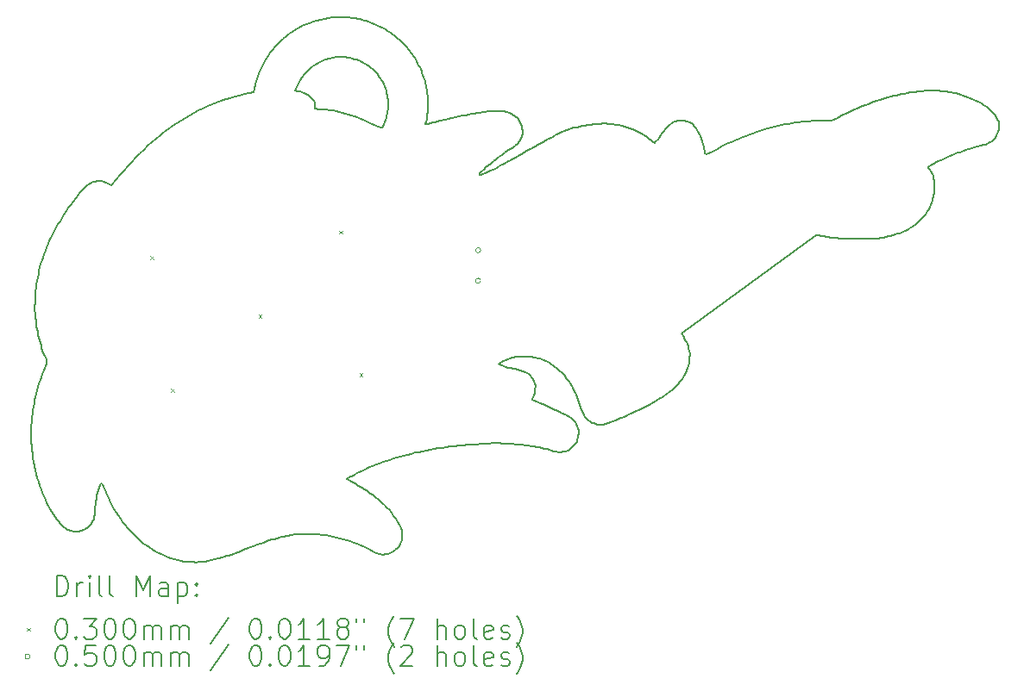
<source format=gbr>
%TF.GenerationSoftware,KiCad,Pcbnew,8.0.6*%
%TF.CreationDate,2024-11-25T21:34:24-05:00*%
%TF.ProjectId,mason-comet-ornament,6d61736f-6e2d-4636-9f6d-65742d6f726e,rev?*%
%TF.SameCoordinates,Original*%
%TF.FileFunction,Drillmap*%
%TF.FilePolarity,Positive*%
%FSLAX45Y45*%
G04 Gerber Fmt 4.5, Leading zero omitted, Abs format (unit mm)*
G04 Created by KiCad (PCBNEW 8.0.6) date 2024-11-25 21:34:24*
%MOMM*%
%LPD*%
G01*
G04 APERTURE LIST*
%ADD10C,0.200000*%
%ADD11C,0.100000*%
G04 APERTURE END LIST*
D10*
X10186515Y-4182843D02*
X10250736Y-4189804D01*
X6852713Y-5418366D02*
X6860980Y-5411960D01*
X5052149Y-2910973D02*
X5052149Y-2898859D01*
X8776526Y-3083129D02*
X8755608Y-3060994D01*
X7174893Y-5348348D02*
X7195636Y-5351631D01*
X7216111Y-5355809D01*
X7236308Y-5360870D01*
X7256219Y-5366805D01*
X7275833Y-5373606D01*
X7295141Y-5381260D01*
X7314134Y-5389761D01*
X7332803Y-5399096D01*
X7351138Y-5409258D01*
X7369130Y-5420236D01*
X7386769Y-5432020D01*
X7404047Y-5444601D01*
X7420953Y-5457969D01*
X7437478Y-5472115D01*
X7453614Y-5487028D01*
X7469350Y-5502699D01*
X7484677Y-5519119D01*
X7499586Y-5536278D01*
X7514067Y-5554165D01*
X7528112Y-5572772D01*
X7541710Y-5592089D01*
X7554853Y-5612106D01*
X7567531Y-5632813D01*
X7579734Y-5654200D01*
X7591454Y-5676259D01*
X7602680Y-5698979D01*
X7613404Y-5722351D01*
X7623616Y-5746364D01*
X7633306Y-5771010D01*
X7642466Y-5796278D01*
X7651087Y-5822160D01*
X7659157Y-5848644D01*
X4859431Y-7092343D02*
X4945179Y-7090089D01*
X10387499Y-4189908D02*
X10524263Y-4190012D01*
X4945179Y-7090089D02*
X5030927Y-7087835D01*
X2885944Y-3626052D02*
X2865430Y-3632042D01*
X2842799Y-3641423D01*
X2821625Y-3654460D01*
X2804378Y-3668636D01*
X2785734Y-3687065D01*
X2770212Y-3704189D01*
X2752886Y-3724542D01*
X2740117Y-3740081D01*
X2726223Y-3757322D01*
X11748979Y-3015650D02*
X11736343Y-2990135D01*
X11719130Y-2964963D01*
X11697653Y-2940284D01*
X11672221Y-2916250D01*
X11643147Y-2893015D01*
X11610742Y-2870729D01*
X11593388Y-2859990D01*
X11575317Y-2849546D01*
X11556569Y-2839415D01*
X11537183Y-2829617D01*
X11517197Y-2820170D01*
X11496651Y-2811094D01*
X11475583Y-2802407D01*
X11454032Y-2794129D01*
X11432038Y-2786279D01*
X11409639Y-2778875D01*
X11386873Y-2771937D01*
X11363781Y-2765484D01*
X11340400Y-2759534D01*
X11316771Y-2754107D01*
X11292930Y-2749222D01*
X11268919Y-2744897D01*
X11244774Y-2741153D01*
X11220536Y-2738007D01*
X11196244Y-2735479D01*
X11171935Y-2733587D01*
X11062513Y-3915590D02*
X11073884Y-3895035D01*
X11084615Y-3872794D01*
X11092611Y-3854126D01*
X11099976Y-3834955D01*
X11106611Y-3815539D01*
X11112419Y-3796134D01*
X11118364Y-3772283D01*
X11119362Y-3767607D01*
X7181603Y-5769553D02*
X7183625Y-5763093D01*
X7370688Y-6269026D02*
X7395334Y-6275997D01*
X7417996Y-6280870D01*
X7439056Y-6283637D01*
X7463708Y-6284121D01*
X7487194Y-6281286D01*
X7510260Y-6275115D01*
X7528909Y-6267765D01*
X7533648Y-6265591D01*
X6985307Y-5358439D02*
X7026749Y-5347739D01*
X7136582Y-5343140D02*
X7174893Y-5348348D01*
X6860980Y-5411960D02*
X6879679Y-5400520D01*
X6898710Y-5391068D01*
X6920514Y-5381391D01*
X6943365Y-5372231D01*
X6965538Y-5364333D01*
X6985307Y-5358439D01*
X8722450Y-5288385D02*
X8717702Y-5266700D01*
X8711408Y-5244892D01*
X8703686Y-5223258D01*
X8694656Y-5202089D01*
X8684436Y-5181682D01*
X8673146Y-5162329D01*
X8668356Y-5154950D01*
X7208408Y-5702772D02*
X7210250Y-5669239D01*
X7212131Y-5635706D02*
X7205062Y-5611209D01*
X11127057Y-3618425D02*
X11121224Y-3590886D01*
X5745790Y-7288176D02*
X5766569Y-7283681D01*
X5786379Y-7277200D01*
X5805099Y-7268838D01*
X5822611Y-7258697D01*
X5838796Y-7246884D01*
X5858104Y-7228709D01*
X5874558Y-7207992D01*
X5887875Y-7184980D01*
X5895633Y-7166363D01*
X5899678Y-7153363D01*
X10178231Y-2997970D02*
X10118161Y-3029714D01*
X6722856Y-6201959D02*
X6825066Y-6197432D01*
X6925218Y-2937954D02*
X6898288Y-2930743D01*
X8873243Y-3323158D02*
X8868141Y-3302326D01*
X8862806Y-3282003D01*
X8857259Y-3262244D01*
X8848594Y-3233793D01*
X8839586Y-3206940D01*
X8830311Y-3181878D01*
X8820850Y-3158804D01*
X8811279Y-3137912D01*
X8801679Y-3119397D01*
X8788967Y-3098745D01*
X8776526Y-3083129D01*
X7533648Y-6265591D02*
X7557161Y-6254514D01*
X5616095Y-7259402D02*
X5651686Y-7279801D01*
X10576048Y-4182675D02*
X10601757Y-4178777D01*
X10626802Y-4174461D01*
X10651193Y-4169722D01*
X10674941Y-4164557D01*
X10698058Y-4158963D01*
X10720553Y-4152935D01*
X10742439Y-4146469D01*
X10763726Y-4139563D01*
X10784425Y-4132212D01*
X10804548Y-4124413D01*
X10824106Y-4116161D01*
X10843109Y-4107454D01*
X10861568Y-4098287D01*
X10879495Y-4088657D01*
X10896901Y-4078560D01*
X10913796Y-4067993D01*
X3100403Y-3603452D02*
X3049799Y-3665472D01*
X7205062Y-5611209D02*
X7197488Y-5588760D01*
X7188287Y-5568547D01*
X7177296Y-5550449D01*
X7164355Y-5534345D01*
X7149301Y-5520111D01*
X7131974Y-5507627D01*
X7112211Y-5496770D01*
X7089851Y-5487419D01*
X7064732Y-5479451D01*
X7036694Y-5472746D01*
X7016299Y-5468916D01*
X10994605Y-3998063D02*
X11042257Y-3949660D01*
X9305148Y-4637904D02*
X9963896Y-4153658D01*
X7847115Y-6015505D02*
X7873724Y-6011247D01*
X6661139Y-3560860D02*
X6669290Y-3541897D01*
X6687741Y-3521631D01*
X6704665Y-3505257D01*
X6724713Y-3487060D01*
X6747392Y-3467444D01*
X6772209Y-3446811D01*
X6798671Y-3425563D01*
X6826287Y-3404104D01*
X6854561Y-3382835D01*
X6883003Y-3362159D01*
X6911118Y-3342478D01*
X6938415Y-3324196D01*
X6964400Y-3307714D01*
X6988581Y-3293435D01*
X10118161Y-3029714D02*
X10031125Y-3028516D01*
X5906997Y-7126415D02*
X5904815Y-7092130D01*
X6695245Y-2942573D02*
X6669403Y-2946540D01*
X6642803Y-2950890D01*
X6615347Y-2955643D01*
X6586935Y-2960819D01*
X6557467Y-2966437D01*
X6526844Y-2972516D01*
X6494967Y-2979078D01*
X6461737Y-2986140D01*
X6427053Y-2993724D01*
X6390817Y-3001848D01*
X6352930Y-3010533D01*
X6333335Y-3015091D01*
X6313291Y-3019797D01*
X6292784Y-3024654D01*
X6271801Y-3029662D01*
X6250332Y-3034826D01*
X6228362Y-3040146D01*
X6205880Y-3045627D01*
X6182874Y-3051270D01*
X6159330Y-3057078D01*
X6135236Y-3063053D01*
X7639545Y-6099159D02*
X7635143Y-6070690D01*
X5902651Y-7057845D02*
X5891915Y-7031505D01*
X2403970Y-5357327D02*
X2412057Y-5375804D01*
X2418587Y-5395155D01*
X2414940Y-5417661D01*
X2406055Y-5439167D01*
X2399640Y-5454151D01*
X5522494Y-6462191D02*
X5553543Y-6447933D01*
X5584956Y-6434080D01*
X5616740Y-6420634D01*
X5648900Y-6407591D01*
X5681440Y-6394952D01*
X5714366Y-6382715D01*
X5747683Y-6370878D01*
X5781396Y-6359442D01*
X5815510Y-6348404D01*
X5850031Y-6337763D01*
X5884964Y-6327519D01*
X5920314Y-6317670D01*
X5956086Y-6308215D01*
X5992285Y-6299154D01*
X6028917Y-6290484D01*
X6065987Y-6282205D01*
X6103499Y-6274315D01*
X6141460Y-6266814D01*
X6179873Y-6259700D01*
X6218745Y-6252973D01*
X6258081Y-6246631D01*
X6297886Y-6240672D01*
X6338164Y-6235097D01*
X6378922Y-6229903D01*
X6420164Y-6225090D01*
X6461896Y-6220656D01*
X6504122Y-6216601D01*
X6546848Y-6212923D01*
X6590079Y-6209620D01*
X6633821Y-6206693D01*
X6678078Y-6204140D01*
X6722856Y-6201959D01*
X11119362Y-3767607D02*
X11127092Y-3730316D01*
X8349666Y-3222290D02*
X8328676Y-3205338D01*
X8307067Y-3189290D01*
X8284845Y-3174148D01*
X8262015Y-3159915D01*
X8238582Y-3146593D01*
X8214552Y-3134183D01*
X8189931Y-3122689D01*
X8164722Y-3112112D01*
X8138933Y-3102454D01*
X8112567Y-3093718D01*
X8085631Y-3085906D01*
X8058130Y-3079020D01*
X8030068Y-3073062D01*
X8001453Y-3068034D01*
X7972288Y-3063939D01*
X7942579Y-3060779D01*
X8646400Y-5122168D02*
X9305148Y-4637904D01*
X5767943Y-2869084D02*
X5767395Y-2891311D01*
X5765796Y-2913432D01*
X5763156Y-2935411D01*
X5759483Y-2957213D01*
X5754787Y-2978801D01*
X5749077Y-3000139D01*
X5742363Y-3021191D01*
X5734654Y-3041922D01*
X5725960Y-3062294D01*
X5716289Y-3082271D01*
X5709304Y-3095353D01*
X7016299Y-5468916D02*
X6992530Y-5464431D01*
X6968853Y-5459107D01*
X6945655Y-5453054D01*
X6923318Y-5446381D01*
X6902228Y-5439198D01*
X6882769Y-5431615D01*
X6875528Y-5428494D01*
X6825066Y-6197432D02*
X6921765Y-6201959D01*
X7618555Y-6180702D02*
X7626142Y-6160897D01*
X7631766Y-6141326D01*
X7634570Y-6128201D01*
X5586856Y-3048883D02*
X5556460Y-3033972D01*
X5526329Y-3020010D01*
X5496397Y-3006979D01*
X5466596Y-2994859D01*
X5436858Y-2983633D01*
X5407117Y-2973282D01*
X5377304Y-2963788D01*
X5347352Y-2955131D01*
X5317193Y-2947294D01*
X5286761Y-2940257D01*
X5255986Y-2934003D01*
X5224803Y-2928513D01*
X5193143Y-2923768D01*
X5160939Y-2919749D01*
X5128124Y-2916439D01*
X5094630Y-2913819D01*
X5891915Y-7031505D02*
X5878044Y-7000499D01*
X5861813Y-6969711D01*
X5843235Y-6939153D01*
X5822324Y-6908840D01*
X5799096Y-6878784D01*
X5773563Y-6848999D01*
X5759937Y-6834212D01*
X5745741Y-6819498D01*
X5730975Y-6804858D01*
X5715643Y-6790294D01*
X5699745Y-6775808D01*
X5683284Y-6761400D01*
X5666261Y-6747074D01*
X5648678Y-6732830D01*
X5630537Y-6718671D01*
X5611840Y-6704597D01*
X5592588Y-6690611D01*
X5572784Y-6676714D01*
X5552428Y-6662908D01*
X5531523Y-6649194D01*
X5510071Y-6635574D01*
X5488073Y-6622051D01*
X5465531Y-6608624D01*
X5442447Y-6595297D01*
X5418823Y-6582070D01*
X5394660Y-6568946D01*
X11758033Y-3038250D02*
X11748979Y-3015650D01*
X11583031Y-3274342D02*
X11609928Y-3267559D01*
X11634254Y-3259737D01*
X11656127Y-3250778D01*
X11675667Y-3240584D01*
X11692995Y-3229056D01*
X11708230Y-3216098D01*
X11725494Y-3196424D01*
X11739534Y-3173799D01*
X11748120Y-3154754D01*
X11755171Y-3133821D01*
X7585415Y-5969947D02*
X7562654Y-5945361D01*
X4374595Y-7236157D02*
X4394149Y-7228583D01*
X4413108Y-7221291D01*
X4449323Y-7207522D01*
X4483406Y-7194800D01*
X4515522Y-7183072D01*
X4545836Y-7172288D01*
X4574514Y-7162394D01*
X4601721Y-7153341D01*
X4627622Y-7145076D01*
X4652382Y-7137547D01*
X4676167Y-7130704D01*
X4699142Y-7124494D01*
X4721471Y-7118867D01*
X4743321Y-7113770D01*
X4764857Y-7109152D01*
X4786244Y-7104962D01*
X4807646Y-7101147D01*
X8469430Y-3134753D02*
X8455577Y-3154843D01*
X8442332Y-3173075D01*
X8428266Y-3191810D01*
X8414397Y-3209742D01*
X8401745Y-3225566D01*
X8387275Y-3242488D01*
X8381535Y-3247538D01*
X5361502Y-6546042D02*
X5382131Y-6533799D01*
X5401751Y-6523206D01*
X5425227Y-6510853D01*
X5444306Y-6500986D01*
X5463822Y-6491032D01*
X5483032Y-6481378D01*
X5501193Y-6472410D01*
X5522494Y-6462191D01*
X6898288Y-2930743D02*
X6834049Y-2931137D01*
X7942579Y-3060779D02*
X7888700Y-3055948D01*
X2726223Y-3757322D02*
X2701061Y-3789269D01*
X2676679Y-3821230D01*
X2653073Y-3853207D01*
X2630245Y-3885204D01*
X2608191Y-3917222D01*
X2586912Y-3949265D01*
X2566405Y-3981335D01*
X2546671Y-4013434D01*
X2527708Y-4045565D01*
X2509515Y-4077731D01*
X2492091Y-4109934D01*
X2475435Y-4142177D01*
X2459545Y-4174463D01*
X2444422Y-4206793D01*
X2430063Y-4239171D01*
X2416468Y-4271600D01*
X2403635Y-4304081D01*
X2391564Y-4336617D01*
X2380253Y-4369212D01*
X2369702Y-4401867D01*
X2359909Y-4434585D01*
X2350874Y-4467369D01*
X2342595Y-4500221D01*
X2335071Y-4533144D01*
X2328301Y-4566141D01*
X2322284Y-4599214D01*
X2317019Y-4632365D01*
X2312505Y-4665598D01*
X2308742Y-4698915D01*
X2305727Y-4732318D01*
X2303459Y-4765810D01*
X2301939Y-4799394D01*
X7634570Y-6128201D02*
X7639545Y-6099159D01*
X5631039Y-2538563D02*
X5647022Y-2555358D01*
X5662090Y-2572848D01*
X5676225Y-2590993D01*
X5689412Y-2609755D01*
X5701635Y-2629096D01*
X5712879Y-2648977D01*
X5723127Y-2669360D01*
X5732364Y-2690207D01*
X5740574Y-2711480D01*
X5747740Y-2733140D01*
X5753847Y-2755148D01*
X5758880Y-2777468D01*
X5762821Y-2800059D01*
X5765656Y-2822885D01*
X5767369Y-2845906D01*
X5767943Y-2869084D01*
X7210250Y-5669239D02*
X7212131Y-5635706D01*
X7501904Y-5914655D02*
X7482180Y-5904812D01*
X7460597Y-5894278D01*
X7437447Y-5883185D01*
X7413018Y-5871668D01*
X7387600Y-5859859D01*
X7361483Y-5847891D01*
X7334956Y-5835897D01*
X7308309Y-5824011D01*
X7281831Y-5812365D01*
X7255812Y-5801094D01*
X7238864Y-5793853D01*
X11108537Y-2729490D02*
X11038106Y-2733802D01*
X10250736Y-4189804D02*
X10387499Y-4189908D01*
X2911801Y-3619413D02*
X2885944Y-3626052D01*
X5651221Y-3081324D02*
X5586856Y-3048883D01*
X7081666Y-5345450D02*
X7136582Y-5343140D01*
X8931416Y-3340479D02*
X8911102Y-3351933D01*
X8891584Y-3360640D01*
X8878372Y-3344907D01*
X8873243Y-3323158D01*
X8727515Y-3046965D02*
X8699403Y-3032900D01*
X6769827Y-2931532D02*
X6695245Y-2942573D01*
X7607497Y-6204179D02*
X7618555Y-6180702D01*
X2675010Y-7063712D02*
X2702495Y-7067613D01*
X11121224Y-3590886D02*
X11115869Y-3570171D01*
X11107721Y-3548941D01*
X11096870Y-3529203D01*
X11084715Y-3512246D01*
X11080730Y-3507339D01*
X7820238Y-6011247D02*
X7847115Y-6015505D01*
X2304444Y-4938233D02*
X2306904Y-4965962D01*
X2309918Y-4993703D01*
X2313473Y-5021412D01*
X2317560Y-5049040D01*
X2322166Y-5076542D01*
X2327281Y-5103870D01*
X2332893Y-5130978D01*
X2338992Y-5157819D01*
X2345567Y-5184347D01*
X2352606Y-5210513D01*
X2360098Y-5236273D01*
X2368032Y-5261579D01*
X2376398Y-5286384D01*
X2385183Y-5310641D01*
X2394378Y-5334304D01*
X2403970Y-5357327D01*
X5690462Y-3091488D02*
X5651221Y-3081324D01*
X8724169Y-5404409D02*
X8726316Y-5362967D01*
X11755171Y-3133821D02*
X11762293Y-3109181D01*
X11127092Y-3674362D02*
X11127057Y-3618425D01*
X5907959Y-2261666D02*
X5892689Y-2246771D01*
X5877091Y-2232292D01*
X5861174Y-2218235D01*
X5844948Y-2204602D01*
X5828421Y-2191397D01*
X5811601Y-2178624D01*
X5794498Y-2166287D01*
X5777120Y-2154389D01*
X5759476Y-2142934D01*
X5741575Y-2131925D01*
X5723426Y-2121366D01*
X5705037Y-2111261D01*
X5686417Y-2101614D01*
X5667576Y-2092427D01*
X5648521Y-2083705D01*
X5629263Y-2075452D01*
X5609808Y-2067670D01*
X5590167Y-2060365D01*
X5570348Y-2053538D01*
X5550361Y-2047194D01*
X5530212Y-2041337D01*
X5509913Y-2035970D01*
X5489470Y-2031097D01*
X5468894Y-2026722D01*
X5448192Y-2022847D01*
X5427375Y-2019478D01*
X5406450Y-2016617D01*
X5385426Y-2014268D01*
X5364312Y-2012434D01*
X5343117Y-2011120D01*
X5321850Y-2010330D01*
X5300520Y-2010065D01*
X2264630Y-6146199D02*
X2266098Y-6185407D01*
X2268713Y-6224859D01*
X2272433Y-6264464D01*
X2277216Y-6304129D01*
X2283021Y-6343762D01*
X2289808Y-6383270D01*
X2297534Y-6422561D01*
X2306158Y-6461542D01*
X2315638Y-6500120D01*
X2325934Y-6538204D01*
X2337005Y-6575701D01*
X2348807Y-6612518D01*
X2361301Y-6648563D01*
X2374445Y-6683744D01*
X2388198Y-6717967D01*
X2402518Y-6751140D01*
X2417363Y-6783172D01*
X2432693Y-6813969D01*
X2448466Y-6843439D01*
X2464641Y-6871490D01*
X2481176Y-6898028D01*
X2498030Y-6922962D01*
X2515161Y-6946199D01*
X2532529Y-6967647D01*
X2550091Y-6987213D01*
X2567807Y-7004804D01*
X2585636Y-7020329D01*
X2603534Y-7033694D01*
X2621463Y-7044807D01*
X2657242Y-7059909D01*
X2675010Y-7063712D01*
X7873724Y-6011247D02*
X7899838Y-6004751D01*
X7927626Y-5995786D01*
X7949395Y-5988128D01*
X7973347Y-5979291D01*
X7999130Y-5969421D01*
X8026390Y-5958658D01*
X8054775Y-5947147D01*
X8083931Y-5935030D01*
X8113506Y-5922451D01*
X8143146Y-5909553D01*
X8172498Y-5896479D01*
X8201211Y-5883372D01*
X8228930Y-5870375D01*
X8255302Y-5857632D01*
X8267874Y-5851400D01*
X4807646Y-7101147D02*
X4859431Y-7092343D01*
X10524263Y-4190012D02*
X10576048Y-4182675D01*
X8381535Y-3247538D02*
X8365467Y-3235358D01*
X8349666Y-3222290D01*
X7562654Y-5945361D02*
X7501904Y-5914655D01*
X2889004Y-6874501D02*
X2889649Y-6850196D01*
X2891530Y-6824313D01*
X2894565Y-6797250D01*
X2898671Y-6769401D01*
X2903768Y-6741163D01*
X2909771Y-6712932D01*
X2916600Y-6685105D01*
X2924172Y-6658077D01*
X2932405Y-6632244D01*
X2941218Y-6608003D01*
X2947374Y-6592922D01*
X2726348Y-7064088D02*
X2752549Y-7058480D01*
X2777016Y-7049735D01*
X2799565Y-7038068D01*
X2820012Y-7023694D01*
X2838172Y-7006826D01*
X2853861Y-6987680D01*
X2866896Y-6966469D01*
X2877092Y-6943409D01*
X2884265Y-6918713D01*
X2888232Y-6892596D01*
X2889004Y-6874501D01*
X6135236Y-3063053D02*
X6140693Y-3039164D01*
X6145464Y-3015145D01*
X6149546Y-2991009D01*
X6152939Y-2966771D01*
X6155640Y-2942446D01*
X6157647Y-2918050D01*
X6158958Y-2893596D01*
X6159572Y-2869100D01*
X11127092Y-3730316D02*
X11127092Y-3674362D01*
X5300517Y-2010049D02*
X5260560Y-2010978D01*
X5221031Y-2013718D01*
X5181972Y-2018230D01*
X5143428Y-2024478D01*
X5105443Y-2032423D01*
X5068059Y-2042027D01*
X5031320Y-2053253D01*
X4995271Y-2066062D01*
X4959954Y-2080416D01*
X4925412Y-2096279D01*
X4891691Y-2113611D01*
X4858832Y-2132375D01*
X4826881Y-2152533D01*
X4795879Y-2174048D01*
X4765871Y-2196880D01*
X4736901Y-2220993D01*
X4709011Y-2246348D01*
X4682247Y-2272908D01*
X4656650Y-2300635D01*
X4632264Y-2329490D01*
X4609134Y-2359436D01*
X4587303Y-2390435D01*
X4566813Y-2422449D01*
X4547710Y-2455440D01*
X4530036Y-2489370D01*
X4513835Y-2524202D01*
X4499150Y-2559898D01*
X4486026Y-2596419D01*
X4474505Y-2633727D01*
X4464632Y-2671786D01*
X4456449Y-2710556D01*
X4450000Y-2750000D01*
X11762293Y-3109181D02*
X11760163Y-3073715D01*
X11760163Y-3073715D02*
X11758033Y-3038250D01*
X2947374Y-6592922D02*
X2967863Y-6602105D01*
X2976183Y-6624827D01*
X7557161Y-6254514D02*
X7582338Y-6229356D01*
X2268889Y-5974221D02*
X2262304Y-6042594D01*
X8713558Y-5440823D02*
X8724169Y-5404409D01*
X10043094Y-4164788D02*
X10064857Y-4167779D01*
X10088544Y-4170918D01*
X10113007Y-4174061D01*
X10137096Y-4177064D01*
X10159664Y-4179785D01*
X10179561Y-4182078D01*
X10186515Y-4182843D01*
X2301939Y-4799394D02*
X2299380Y-4873994D01*
X8699403Y-3032900D02*
X8669968Y-3027944D01*
X11038106Y-2733802D02*
X11013640Y-2735520D01*
X10988882Y-2737703D01*
X10963845Y-2740344D01*
X10938543Y-2743442D01*
X10912990Y-2746990D01*
X10887200Y-2750986D01*
X10861186Y-2755424D01*
X10834962Y-2760301D01*
X10808542Y-2765612D01*
X10781939Y-2771353D01*
X10755167Y-2777520D01*
X10728241Y-2784109D01*
X10701172Y-2791116D01*
X10673976Y-2798535D01*
X10646666Y-2806364D01*
X10619256Y-2814598D01*
X10591759Y-2823233D01*
X10564189Y-2832264D01*
X10536560Y-2841687D01*
X10508886Y-2851498D01*
X10481179Y-2861693D01*
X10453455Y-2872268D01*
X10425726Y-2883218D01*
X10398007Y-2894540D01*
X10370310Y-2906228D01*
X10342650Y-2918279D01*
X10315041Y-2930689D01*
X10287496Y-2943454D01*
X10260028Y-2956568D01*
X10232653Y-2970028D01*
X10205382Y-2983831D01*
X10178231Y-2997970D01*
X7026749Y-5347739D02*
X7081666Y-5345450D01*
X5030927Y-7087835D02*
X5084018Y-7092792D01*
X7582338Y-6229356D02*
X7607497Y-6204179D01*
X3033175Y-3653465D02*
X3016131Y-3642982D01*
X2996620Y-3634231D01*
X2975454Y-3627494D01*
X2953447Y-3623051D01*
X2940807Y-3621650D01*
X11042257Y-3949660D02*
X11062513Y-3915590D01*
X3796746Y-7361808D02*
X3825775Y-7364344D01*
X3854408Y-7365787D01*
X3882932Y-7366074D01*
X3911635Y-7365142D01*
X3940803Y-7362929D01*
X3970726Y-7359373D01*
X4001688Y-7354410D01*
X4033979Y-7347979D01*
X4067885Y-7340017D01*
X4103694Y-7330461D01*
X4141693Y-7319248D01*
X4161603Y-7313002D01*
X4182169Y-7306318D01*
X4203426Y-7299188D01*
X4225410Y-7291606D01*
X4248157Y-7283562D01*
X4271703Y-7275050D01*
X4296084Y-7266061D01*
X4321336Y-7256588D01*
X4347494Y-7246622D01*
X4374595Y-7236157D01*
X5716355Y-7292989D02*
X5745790Y-7288176D01*
X6834049Y-2931137D02*
X6769827Y-2931532D01*
X6159572Y-2869100D02*
X6159307Y-2847770D01*
X6158516Y-2826503D01*
X6157202Y-2805308D01*
X6155368Y-2784194D01*
X6153018Y-2763171D01*
X6150157Y-2742245D01*
X6146787Y-2721428D01*
X6142912Y-2700727D01*
X6138536Y-2680150D01*
X6133663Y-2659708D01*
X6128295Y-2639408D01*
X6122438Y-2619260D01*
X6116094Y-2599272D01*
X6109267Y-2579454D01*
X6101961Y-2559813D01*
X6094179Y-2540359D01*
X6085925Y-2521100D01*
X6077203Y-2502046D01*
X6068016Y-2483205D01*
X6058368Y-2464585D01*
X6048263Y-2446197D01*
X6037704Y-2428048D01*
X6026694Y-2410147D01*
X6015239Y-2392503D01*
X6003340Y-2375125D01*
X5991003Y-2358022D01*
X5978230Y-2341203D01*
X5965025Y-2324676D01*
X5951391Y-2308450D01*
X5937334Y-2292534D01*
X5922855Y-2276936D01*
X5907959Y-2261666D01*
X2399640Y-5454151D02*
X2387301Y-5484130D01*
X2375453Y-5514703D01*
X2364111Y-5545813D01*
X2353287Y-5577408D01*
X2342996Y-5609431D01*
X2333251Y-5641827D01*
X2324066Y-5674541D01*
X2315455Y-5707519D01*
X2307432Y-5740706D01*
X2300011Y-5774045D01*
X2293205Y-5807483D01*
X2287028Y-5840964D01*
X2281494Y-5874434D01*
X2276617Y-5907836D01*
X2272411Y-5941117D01*
X2268889Y-5974221D01*
X7838973Y-3058756D02*
X7810832Y-3060666D01*
X7782754Y-3063227D01*
X7754786Y-3066429D01*
X7726975Y-3070264D01*
X7699369Y-3074725D01*
X7672017Y-3079802D01*
X7644966Y-3085487D01*
X7618263Y-3091772D01*
X7591958Y-3098648D01*
X7566097Y-3106108D01*
X7549126Y-3111400D01*
X6921765Y-6201959D02*
X6955122Y-6203704D01*
X6987894Y-6205793D01*
X7020053Y-6208222D01*
X7051574Y-6210987D01*
X7082432Y-6214085D01*
X7112601Y-6217512D01*
X7142054Y-6221263D01*
X7170766Y-6225336D01*
X7198711Y-6229727D01*
X7225863Y-6234431D01*
X7252198Y-6239444D01*
X7277687Y-6244764D01*
X7302307Y-6250386D01*
X7326031Y-6256306D01*
X7348833Y-6262520D01*
X7370688Y-6269026D01*
X8267874Y-5851400D02*
X8291951Y-5839178D01*
X8315334Y-5826953D01*
X8338027Y-5814721D01*
X8360034Y-5802478D01*
X8381359Y-5790222D01*
X8402006Y-5777948D01*
X8421978Y-5765653D01*
X8441280Y-5753333D01*
X8459915Y-5740984D01*
X8477888Y-5728603D01*
X8495201Y-5716187D01*
X8511860Y-5703731D01*
X8527868Y-5691233D01*
X8557947Y-5666093D01*
X8585470Y-5640739D01*
X8610467Y-5615140D01*
X8632970Y-5589270D01*
X8653011Y-5563098D01*
X8670620Y-5536596D01*
X8685829Y-5509735D01*
X8698670Y-5482486D01*
X8709173Y-5454821D01*
X8713558Y-5440823D01*
X7183625Y-5763093D02*
X7191372Y-5743310D01*
X7197027Y-5729721D01*
X5709304Y-3095353D02*
X5690462Y-3091488D01*
X8728498Y-5321542D02*
X8722450Y-5288385D01*
X8668356Y-5154950D02*
X8646400Y-5122168D01*
X5651686Y-7279801D02*
X5684038Y-7286404D01*
X7659157Y-5848644D02*
X7667851Y-5875326D01*
X7677695Y-5899464D01*
X7688750Y-5921121D01*
X7701076Y-5940356D01*
X7714735Y-5957232D01*
X7729787Y-5971810D01*
X7746293Y-5984150D01*
X7764314Y-5994315D01*
X7783911Y-6002364D01*
X7805144Y-6008360D01*
X7820238Y-6011247D01*
X7406136Y-3173295D02*
X7385149Y-3184009D01*
X7366416Y-3193819D01*
X7345576Y-3204899D01*
X7323043Y-3217023D01*
X7299229Y-3229966D01*
X7274547Y-3243503D01*
X7249409Y-3257409D01*
X7224229Y-3271458D01*
X7199419Y-3285424D01*
X7175391Y-3299082D01*
X7167628Y-3303527D01*
X3049799Y-3665472D02*
X3033175Y-3653465D01*
X5094630Y-2913819D02*
X5052149Y-2910973D01*
X5300517Y-2401659D02*
X5323696Y-2402233D01*
X5346717Y-2403945D01*
X5369542Y-2406780D01*
X5392134Y-2410722D01*
X5414453Y-2415754D01*
X5436462Y-2421862D01*
X5458122Y-2429028D01*
X5479394Y-2437237D01*
X5500242Y-2446474D01*
X5520625Y-2456722D01*
X5540506Y-2467966D01*
X5559847Y-2480190D01*
X5578609Y-2493377D01*
X5596754Y-2507512D01*
X5614243Y-2522579D01*
X5631039Y-2538563D01*
X7238864Y-5793853D02*
X7181603Y-5769553D01*
X6988581Y-3293435D02*
X7015767Y-3275361D01*
X7038437Y-3254691D01*
X7056667Y-3231863D01*
X7070536Y-3207314D01*
X7080122Y-3181484D01*
X7085503Y-3154809D01*
X7086758Y-3127727D01*
X7083963Y-3100677D01*
X7077198Y-3074097D01*
X7066540Y-3048423D01*
X7052068Y-3024095D01*
X7033859Y-3001549D01*
X7011991Y-2981224D01*
X6986543Y-2963558D01*
X6957593Y-2948989D01*
X6925218Y-2937954D01*
X2976183Y-6624827D02*
X2990845Y-6663078D01*
X3006479Y-6700585D01*
X3023058Y-6737322D01*
X3040557Y-6773267D01*
X3058949Y-6808396D01*
X3078207Y-6842685D01*
X3098306Y-6876110D01*
X3119218Y-6908649D01*
X3140918Y-6940276D01*
X3163380Y-6970969D01*
X3186575Y-7000703D01*
X3210480Y-7029456D01*
X3235066Y-7057203D01*
X3260308Y-7083921D01*
X3286180Y-7109586D01*
X3312654Y-7134174D01*
X3339706Y-7157662D01*
X3367307Y-7180025D01*
X3395432Y-7201242D01*
X3424055Y-7221287D01*
X3453149Y-7240136D01*
X3482688Y-7257768D01*
X3512646Y-7274157D01*
X3542995Y-7289279D01*
X3573711Y-7303112D01*
X3604766Y-7315632D01*
X3636133Y-7326815D01*
X3667788Y-7336636D01*
X3699703Y-7345074D01*
X3731852Y-7352103D01*
X3764208Y-7357701D01*
X3796746Y-7361843D01*
X7549126Y-3111400D02*
X7495445Y-3128650D01*
X7635143Y-6070690D02*
X7630733Y-6049821D01*
X7624101Y-6029959D01*
X7615206Y-6011019D01*
X7604006Y-5992919D01*
X7590459Y-5975575D01*
X7585415Y-5969947D01*
X7197027Y-5729721D02*
X7208408Y-5702772D01*
X10031125Y-3028516D02*
X9998783Y-3028409D01*
X9966193Y-3028971D01*
X9933368Y-3030199D01*
X9900318Y-3032089D01*
X9867056Y-3034638D01*
X9833593Y-3037843D01*
X9799941Y-3041700D01*
X9766111Y-3046207D01*
X9732115Y-3051359D01*
X9697966Y-3057154D01*
X9663674Y-3063589D01*
X9629251Y-3070659D01*
X9594710Y-3078361D01*
X9560061Y-3086693D01*
X9525317Y-3095651D01*
X9490490Y-3105231D01*
X9455590Y-3115430D01*
X9420630Y-3126246D01*
X9385621Y-3137674D01*
X9350576Y-3149712D01*
X9315505Y-3162355D01*
X9280421Y-3175601D01*
X9245335Y-3189447D01*
X9210259Y-3203888D01*
X9175205Y-3218922D01*
X9140184Y-3234546D01*
X9105208Y-3250756D01*
X9070289Y-3267548D01*
X9035439Y-3284920D01*
X9000669Y-3302868D01*
X8965991Y-3321389D01*
X8931416Y-3340479D01*
X5394660Y-6568946D02*
X5376197Y-6558321D01*
X5361502Y-6546042D01*
X7888700Y-3055948D02*
X7838973Y-3058756D01*
X2940807Y-3621650D02*
X2911801Y-3619413D01*
X11080730Y-3507339D02*
X11068486Y-3491437D01*
X11065627Y-3485938D01*
X10913796Y-4067993D02*
X10946953Y-4046484D01*
X11065627Y-3485938D02*
X11086957Y-3469256D01*
X11107330Y-3456532D01*
X11131998Y-3442784D01*
X11160422Y-3428232D01*
X11192063Y-3413097D01*
X11226383Y-3397597D01*
X11262843Y-3381955D01*
X11281708Y-3374149D01*
X11300905Y-3366389D01*
X11320367Y-3358704D01*
X11340028Y-3351121D01*
X11359820Y-3343667D01*
X11379676Y-3336371D01*
X11399528Y-3329259D01*
X11419309Y-3322358D01*
X11438952Y-3315698D01*
X11458388Y-3309304D01*
X11477552Y-3303206D01*
X11514792Y-3292002D01*
X11550131Y-3282307D01*
X11583031Y-3274342D01*
X11171935Y-2733587D02*
X11108537Y-2729490D01*
X9963896Y-4153658D02*
X10043094Y-4164788D01*
X7167628Y-3303527D02*
X7141528Y-3318460D01*
X7115844Y-3333073D01*
X7090601Y-3347354D01*
X7065823Y-3361292D01*
X7041535Y-3374872D01*
X7017762Y-3388083D01*
X6994528Y-3400913D01*
X6971858Y-3413348D01*
X6949777Y-3425376D01*
X6928310Y-3436984D01*
X6907480Y-3448161D01*
X6887313Y-3458893D01*
X6867833Y-3469168D01*
X6849065Y-3478973D01*
X6831035Y-3488296D01*
X6797282Y-3505445D01*
X6766772Y-3520515D01*
X6739702Y-3533406D01*
X6716271Y-3544017D01*
X6696674Y-3552247D01*
X6674903Y-3559910D01*
X6661139Y-3560860D01*
X8612707Y-3027783D02*
X8590876Y-3032601D01*
X8570939Y-3039286D01*
X8552510Y-3048125D01*
X8535201Y-3059408D01*
X8518625Y-3073424D01*
X8502396Y-3090460D01*
X8486127Y-3110807D01*
X8473665Y-3128413D01*
X8469430Y-3134753D01*
X8640532Y-3022951D02*
X8612707Y-3027783D01*
X2262304Y-6042594D02*
X2264630Y-6146199D01*
X5684038Y-7286404D02*
X5716355Y-7292989D01*
X8755608Y-3060994D02*
X8727515Y-3046965D01*
X8669968Y-3027944D02*
X8640532Y-3022951D01*
X5899678Y-7153363D02*
X5906997Y-7126415D01*
X4450000Y-2750000D02*
X4403277Y-2758206D01*
X4356833Y-2767610D01*
X4310669Y-2778210D01*
X4264787Y-2790007D01*
X4219188Y-2802998D01*
X4173873Y-2817185D01*
X4128845Y-2832566D01*
X4084104Y-2849141D01*
X4039652Y-2866908D01*
X3995490Y-2885869D01*
X3951620Y-2906021D01*
X3908044Y-2927364D01*
X3864762Y-2949898D01*
X3821777Y-2973622D01*
X3779090Y-2998535D01*
X3736702Y-3024637D01*
X3694615Y-3051927D01*
X3652830Y-3080405D01*
X3611349Y-3110070D01*
X3570173Y-3140921D01*
X3529303Y-3172958D01*
X3488742Y-3206180D01*
X3448490Y-3240587D01*
X3408550Y-3276178D01*
X3368922Y-3312952D01*
X3329608Y-3350908D01*
X3290610Y-3390047D01*
X3251929Y-3430367D01*
X3213566Y-3471869D01*
X3175523Y-3514550D01*
X3137801Y-3558412D01*
X3100403Y-3603452D01*
X4855477Y-2733805D02*
X4868005Y-2697722D01*
X4883231Y-2663191D01*
X4901014Y-2630315D01*
X4921211Y-2599202D01*
X4943682Y-2569956D01*
X4968286Y-2542683D01*
X4994880Y-2517488D01*
X5023325Y-2494477D01*
X5053478Y-2473755D01*
X5085198Y-2455428D01*
X5118344Y-2439600D01*
X5152775Y-2426379D01*
X5188349Y-2415868D01*
X5224925Y-2408174D01*
X5262361Y-2403402D01*
X5300517Y-2401658D01*
X6875528Y-5428494D02*
X6852713Y-5418366D01*
X5052149Y-2898859D02*
X5050376Y-2874080D01*
X5045074Y-2851187D01*
X5036271Y-2830192D01*
X5023996Y-2811111D01*
X5008276Y-2793957D01*
X4989139Y-2778743D01*
X4966613Y-2765483D01*
X4940727Y-2754191D01*
X4921615Y-2747764D01*
X4901031Y-2742220D01*
X4878982Y-2737566D01*
X4855477Y-2733805D01*
X5084018Y-7092792D02*
X5119036Y-7096557D01*
X5154036Y-7101278D01*
X5188972Y-7106938D01*
X5223796Y-7113523D01*
X5258463Y-7121019D01*
X5292926Y-7129411D01*
X5327139Y-7138685D01*
X5361054Y-7148825D01*
X5394626Y-7159818D01*
X5427807Y-7171649D01*
X5460552Y-7184302D01*
X5492813Y-7197764D01*
X5524545Y-7212019D01*
X5555700Y-7227054D01*
X5586232Y-7242853D01*
X5616095Y-7259402D01*
X2299380Y-4873994D02*
X2304444Y-4938233D01*
X7495445Y-3128650D02*
X7406136Y-3173295D01*
X2702495Y-7067613D02*
X2726348Y-7064088D01*
X10946953Y-4046484D02*
X10994605Y-3998063D01*
X5904815Y-7092130D02*
X5902651Y-7057845D01*
X8726316Y-5362967D02*
X8728498Y-5321542D01*
D11*
X3435000Y-4360000D02*
X3465000Y-4390000D01*
X3465000Y-4360000D02*
X3435000Y-4390000D01*
X3635000Y-5660000D02*
X3665000Y-5690000D01*
X3665000Y-5660000D02*
X3635000Y-5690000D01*
X4494500Y-4935000D02*
X4524500Y-4965000D01*
X4524500Y-4935000D02*
X4494500Y-4965000D01*
X4494500Y-4935000D02*
X4524500Y-4965000D01*
X4524500Y-4935000D02*
X4494500Y-4965000D01*
X4494500Y-4935000D02*
X4524500Y-4965000D01*
X4524500Y-4935000D02*
X4494500Y-4965000D01*
X5285000Y-4110000D02*
X5315000Y-4140000D01*
X5315000Y-4110000D02*
X5285000Y-4140000D01*
X5485000Y-5510000D02*
X5515000Y-5540000D01*
X5515000Y-5510000D02*
X5485000Y-5540000D01*
X6675000Y-4300000D02*
G75*
G02*
X6625000Y-4300000I-25000J0D01*
G01*
X6625000Y-4300000D02*
G75*
G02*
X6675000Y-4300000I25000J0D01*
G01*
X6675000Y-4600000D02*
G75*
G02*
X6625000Y-4600000I-25000J0D01*
G01*
X6625000Y-4600000D02*
G75*
G02*
X6675000Y-4600000I25000J0D01*
G01*
D10*
X2513081Y-7699624D02*
X2513081Y-7499624D01*
X2513081Y-7499624D02*
X2560700Y-7499624D01*
X2560700Y-7499624D02*
X2589271Y-7509148D01*
X2589271Y-7509148D02*
X2608319Y-7528195D01*
X2608319Y-7528195D02*
X2617843Y-7547243D01*
X2617843Y-7547243D02*
X2627366Y-7585338D01*
X2627366Y-7585338D02*
X2627366Y-7613909D01*
X2627366Y-7613909D02*
X2617843Y-7652005D01*
X2617843Y-7652005D02*
X2608319Y-7671052D01*
X2608319Y-7671052D02*
X2589271Y-7690100D01*
X2589271Y-7690100D02*
X2560700Y-7699624D01*
X2560700Y-7699624D02*
X2513081Y-7699624D01*
X2713081Y-7699624D02*
X2713081Y-7566290D01*
X2713081Y-7604386D02*
X2722605Y-7585338D01*
X2722605Y-7585338D02*
X2732128Y-7575814D01*
X2732128Y-7575814D02*
X2751176Y-7566290D01*
X2751176Y-7566290D02*
X2770224Y-7566290D01*
X2836890Y-7699624D02*
X2836890Y-7566290D01*
X2836890Y-7499624D02*
X2827366Y-7509148D01*
X2827366Y-7509148D02*
X2836890Y-7518671D01*
X2836890Y-7518671D02*
X2846414Y-7509148D01*
X2846414Y-7509148D02*
X2836890Y-7499624D01*
X2836890Y-7499624D02*
X2836890Y-7518671D01*
X2960700Y-7699624D02*
X2941652Y-7690100D01*
X2941652Y-7690100D02*
X2932128Y-7671052D01*
X2932128Y-7671052D02*
X2932128Y-7499624D01*
X3065462Y-7699624D02*
X3046414Y-7690100D01*
X3046414Y-7690100D02*
X3036890Y-7671052D01*
X3036890Y-7671052D02*
X3036890Y-7499624D01*
X3294033Y-7699624D02*
X3294033Y-7499624D01*
X3294033Y-7499624D02*
X3360700Y-7642481D01*
X3360700Y-7642481D02*
X3427366Y-7499624D01*
X3427366Y-7499624D02*
X3427366Y-7699624D01*
X3608319Y-7699624D02*
X3608319Y-7594862D01*
X3608319Y-7594862D02*
X3598795Y-7575814D01*
X3598795Y-7575814D02*
X3579747Y-7566290D01*
X3579747Y-7566290D02*
X3541652Y-7566290D01*
X3541652Y-7566290D02*
X3522604Y-7575814D01*
X3608319Y-7690100D02*
X3589271Y-7699624D01*
X3589271Y-7699624D02*
X3541652Y-7699624D01*
X3541652Y-7699624D02*
X3522604Y-7690100D01*
X3522604Y-7690100D02*
X3513081Y-7671052D01*
X3513081Y-7671052D02*
X3513081Y-7652005D01*
X3513081Y-7652005D02*
X3522604Y-7632957D01*
X3522604Y-7632957D02*
X3541652Y-7623433D01*
X3541652Y-7623433D02*
X3589271Y-7623433D01*
X3589271Y-7623433D02*
X3608319Y-7613909D01*
X3703557Y-7566290D02*
X3703557Y-7766290D01*
X3703557Y-7575814D02*
X3722604Y-7566290D01*
X3722604Y-7566290D02*
X3760700Y-7566290D01*
X3760700Y-7566290D02*
X3779747Y-7575814D01*
X3779747Y-7575814D02*
X3789271Y-7585338D01*
X3789271Y-7585338D02*
X3798795Y-7604386D01*
X3798795Y-7604386D02*
X3798795Y-7661528D01*
X3798795Y-7661528D02*
X3789271Y-7680576D01*
X3789271Y-7680576D02*
X3779747Y-7690100D01*
X3779747Y-7690100D02*
X3760700Y-7699624D01*
X3760700Y-7699624D02*
X3722604Y-7699624D01*
X3722604Y-7699624D02*
X3703557Y-7690100D01*
X3884509Y-7680576D02*
X3894033Y-7690100D01*
X3894033Y-7690100D02*
X3884509Y-7699624D01*
X3884509Y-7699624D02*
X3874985Y-7690100D01*
X3874985Y-7690100D02*
X3884509Y-7680576D01*
X3884509Y-7680576D02*
X3884509Y-7699624D01*
X3884509Y-7575814D02*
X3894033Y-7585338D01*
X3894033Y-7585338D02*
X3884509Y-7594862D01*
X3884509Y-7594862D02*
X3874985Y-7585338D01*
X3874985Y-7585338D02*
X3884509Y-7575814D01*
X3884509Y-7575814D02*
X3884509Y-7594862D01*
D11*
X2222304Y-8013140D02*
X2252304Y-8043140D01*
X2252304Y-8013140D02*
X2222304Y-8043140D01*
D10*
X2551176Y-7919624D02*
X2570224Y-7919624D01*
X2570224Y-7919624D02*
X2589271Y-7929148D01*
X2589271Y-7929148D02*
X2598795Y-7938671D01*
X2598795Y-7938671D02*
X2608319Y-7957719D01*
X2608319Y-7957719D02*
X2617843Y-7995814D01*
X2617843Y-7995814D02*
X2617843Y-8043433D01*
X2617843Y-8043433D02*
X2608319Y-8081528D01*
X2608319Y-8081528D02*
X2598795Y-8100576D01*
X2598795Y-8100576D02*
X2589271Y-8110100D01*
X2589271Y-8110100D02*
X2570224Y-8119624D01*
X2570224Y-8119624D02*
X2551176Y-8119624D01*
X2551176Y-8119624D02*
X2532128Y-8110100D01*
X2532128Y-8110100D02*
X2522605Y-8100576D01*
X2522605Y-8100576D02*
X2513081Y-8081528D01*
X2513081Y-8081528D02*
X2503557Y-8043433D01*
X2503557Y-8043433D02*
X2503557Y-7995814D01*
X2503557Y-7995814D02*
X2513081Y-7957719D01*
X2513081Y-7957719D02*
X2522605Y-7938671D01*
X2522605Y-7938671D02*
X2532128Y-7929148D01*
X2532128Y-7929148D02*
X2551176Y-7919624D01*
X2703557Y-8100576D02*
X2713081Y-8110100D01*
X2713081Y-8110100D02*
X2703557Y-8119624D01*
X2703557Y-8119624D02*
X2694033Y-8110100D01*
X2694033Y-8110100D02*
X2703557Y-8100576D01*
X2703557Y-8100576D02*
X2703557Y-8119624D01*
X2779747Y-7919624D02*
X2903557Y-7919624D01*
X2903557Y-7919624D02*
X2836890Y-7995814D01*
X2836890Y-7995814D02*
X2865462Y-7995814D01*
X2865462Y-7995814D02*
X2884509Y-8005338D01*
X2884509Y-8005338D02*
X2894033Y-8014862D01*
X2894033Y-8014862D02*
X2903557Y-8033909D01*
X2903557Y-8033909D02*
X2903557Y-8081528D01*
X2903557Y-8081528D02*
X2894033Y-8100576D01*
X2894033Y-8100576D02*
X2884509Y-8110100D01*
X2884509Y-8110100D02*
X2865462Y-8119624D01*
X2865462Y-8119624D02*
X2808319Y-8119624D01*
X2808319Y-8119624D02*
X2789271Y-8110100D01*
X2789271Y-8110100D02*
X2779747Y-8100576D01*
X3027366Y-7919624D02*
X3046414Y-7919624D01*
X3046414Y-7919624D02*
X3065462Y-7929148D01*
X3065462Y-7929148D02*
X3074985Y-7938671D01*
X3074985Y-7938671D02*
X3084509Y-7957719D01*
X3084509Y-7957719D02*
X3094033Y-7995814D01*
X3094033Y-7995814D02*
X3094033Y-8043433D01*
X3094033Y-8043433D02*
X3084509Y-8081528D01*
X3084509Y-8081528D02*
X3074985Y-8100576D01*
X3074985Y-8100576D02*
X3065462Y-8110100D01*
X3065462Y-8110100D02*
X3046414Y-8119624D01*
X3046414Y-8119624D02*
X3027366Y-8119624D01*
X3027366Y-8119624D02*
X3008319Y-8110100D01*
X3008319Y-8110100D02*
X2998795Y-8100576D01*
X2998795Y-8100576D02*
X2989271Y-8081528D01*
X2989271Y-8081528D02*
X2979747Y-8043433D01*
X2979747Y-8043433D02*
X2979747Y-7995814D01*
X2979747Y-7995814D02*
X2989271Y-7957719D01*
X2989271Y-7957719D02*
X2998795Y-7938671D01*
X2998795Y-7938671D02*
X3008319Y-7929148D01*
X3008319Y-7929148D02*
X3027366Y-7919624D01*
X3217843Y-7919624D02*
X3236890Y-7919624D01*
X3236890Y-7919624D02*
X3255938Y-7929148D01*
X3255938Y-7929148D02*
X3265462Y-7938671D01*
X3265462Y-7938671D02*
X3274985Y-7957719D01*
X3274985Y-7957719D02*
X3284509Y-7995814D01*
X3284509Y-7995814D02*
X3284509Y-8043433D01*
X3284509Y-8043433D02*
X3274985Y-8081528D01*
X3274985Y-8081528D02*
X3265462Y-8100576D01*
X3265462Y-8100576D02*
X3255938Y-8110100D01*
X3255938Y-8110100D02*
X3236890Y-8119624D01*
X3236890Y-8119624D02*
X3217843Y-8119624D01*
X3217843Y-8119624D02*
X3198795Y-8110100D01*
X3198795Y-8110100D02*
X3189271Y-8100576D01*
X3189271Y-8100576D02*
X3179747Y-8081528D01*
X3179747Y-8081528D02*
X3170224Y-8043433D01*
X3170224Y-8043433D02*
X3170224Y-7995814D01*
X3170224Y-7995814D02*
X3179747Y-7957719D01*
X3179747Y-7957719D02*
X3189271Y-7938671D01*
X3189271Y-7938671D02*
X3198795Y-7929148D01*
X3198795Y-7929148D02*
X3217843Y-7919624D01*
X3370224Y-8119624D02*
X3370224Y-7986290D01*
X3370224Y-8005338D02*
X3379747Y-7995814D01*
X3379747Y-7995814D02*
X3398795Y-7986290D01*
X3398795Y-7986290D02*
X3427366Y-7986290D01*
X3427366Y-7986290D02*
X3446414Y-7995814D01*
X3446414Y-7995814D02*
X3455938Y-8014862D01*
X3455938Y-8014862D02*
X3455938Y-8119624D01*
X3455938Y-8014862D02*
X3465462Y-7995814D01*
X3465462Y-7995814D02*
X3484509Y-7986290D01*
X3484509Y-7986290D02*
X3513081Y-7986290D01*
X3513081Y-7986290D02*
X3532128Y-7995814D01*
X3532128Y-7995814D02*
X3541652Y-8014862D01*
X3541652Y-8014862D02*
X3541652Y-8119624D01*
X3636890Y-8119624D02*
X3636890Y-7986290D01*
X3636890Y-8005338D02*
X3646414Y-7995814D01*
X3646414Y-7995814D02*
X3665462Y-7986290D01*
X3665462Y-7986290D02*
X3694033Y-7986290D01*
X3694033Y-7986290D02*
X3713081Y-7995814D01*
X3713081Y-7995814D02*
X3722605Y-8014862D01*
X3722605Y-8014862D02*
X3722605Y-8119624D01*
X3722605Y-8014862D02*
X3732128Y-7995814D01*
X3732128Y-7995814D02*
X3751176Y-7986290D01*
X3751176Y-7986290D02*
X3779747Y-7986290D01*
X3779747Y-7986290D02*
X3798795Y-7995814D01*
X3798795Y-7995814D02*
X3808319Y-8014862D01*
X3808319Y-8014862D02*
X3808319Y-8119624D01*
X4198795Y-7910100D02*
X4027367Y-8167243D01*
X4455938Y-7919624D02*
X4474986Y-7919624D01*
X4474986Y-7919624D02*
X4494033Y-7929148D01*
X4494033Y-7929148D02*
X4503557Y-7938671D01*
X4503557Y-7938671D02*
X4513081Y-7957719D01*
X4513081Y-7957719D02*
X4522605Y-7995814D01*
X4522605Y-7995814D02*
X4522605Y-8043433D01*
X4522605Y-8043433D02*
X4513081Y-8081528D01*
X4513081Y-8081528D02*
X4503557Y-8100576D01*
X4503557Y-8100576D02*
X4494033Y-8110100D01*
X4494033Y-8110100D02*
X4474986Y-8119624D01*
X4474986Y-8119624D02*
X4455938Y-8119624D01*
X4455938Y-8119624D02*
X4436890Y-8110100D01*
X4436890Y-8110100D02*
X4427367Y-8100576D01*
X4427367Y-8100576D02*
X4417843Y-8081528D01*
X4417843Y-8081528D02*
X4408319Y-8043433D01*
X4408319Y-8043433D02*
X4408319Y-7995814D01*
X4408319Y-7995814D02*
X4417843Y-7957719D01*
X4417843Y-7957719D02*
X4427367Y-7938671D01*
X4427367Y-7938671D02*
X4436890Y-7929148D01*
X4436890Y-7929148D02*
X4455938Y-7919624D01*
X4608319Y-8100576D02*
X4617843Y-8110100D01*
X4617843Y-8110100D02*
X4608319Y-8119624D01*
X4608319Y-8119624D02*
X4598795Y-8110100D01*
X4598795Y-8110100D02*
X4608319Y-8100576D01*
X4608319Y-8100576D02*
X4608319Y-8119624D01*
X4741652Y-7919624D02*
X4760700Y-7919624D01*
X4760700Y-7919624D02*
X4779748Y-7929148D01*
X4779748Y-7929148D02*
X4789271Y-7938671D01*
X4789271Y-7938671D02*
X4798795Y-7957719D01*
X4798795Y-7957719D02*
X4808319Y-7995814D01*
X4808319Y-7995814D02*
X4808319Y-8043433D01*
X4808319Y-8043433D02*
X4798795Y-8081528D01*
X4798795Y-8081528D02*
X4789271Y-8100576D01*
X4789271Y-8100576D02*
X4779748Y-8110100D01*
X4779748Y-8110100D02*
X4760700Y-8119624D01*
X4760700Y-8119624D02*
X4741652Y-8119624D01*
X4741652Y-8119624D02*
X4722605Y-8110100D01*
X4722605Y-8110100D02*
X4713081Y-8100576D01*
X4713081Y-8100576D02*
X4703557Y-8081528D01*
X4703557Y-8081528D02*
X4694033Y-8043433D01*
X4694033Y-8043433D02*
X4694033Y-7995814D01*
X4694033Y-7995814D02*
X4703557Y-7957719D01*
X4703557Y-7957719D02*
X4713081Y-7938671D01*
X4713081Y-7938671D02*
X4722605Y-7929148D01*
X4722605Y-7929148D02*
X4741652Y-7919624D01*
X4998795Y-8119624D02*
X4884510Y-8119624D01*
X4941652Y-8119624D02*
X4941652Y-7919624D01*
X4941652Y-7919624D02*
X4922605Y-7948195D01*
X4922605Y-7948195D02*
X4903557Y-7967243D01*
X4903557Y-7967243D02*
X4884510Y-7976767D01*
X5189271Y-8119624D02*
X5074986Y-8119624D01*
X5132129Y-8119624D02*
X5132129Y-7919624D01*
X5132129Y-7919624D02*
X5113081Y-7948195D01*
X5113081Y-7948195D02*
X5094033Y-7967243D01*
X5094033Y-7967243D02*
X5074986Y-7976767D01*
X5303557Y-8005338D02*
X5284510Y-7995814D01*
X5284510Y-7995814D02*
X5274986Y-7986290D01*
X5274986Y-7986290D02*
X5265462Y-7967243D01*
X5265462Y-7967243D02*
X5265462Y-7957719D01*
X5265462Y-7957719D02*
X5274986Y-7938671D01*
X5274986Y-7938671D02*
X5284510Y-7929148D01*
X5284510Y-7929148D02*
X5303557Y-7919624D01*
X5303557Y-7919624D02*
X5341652Y-7919624D01*
X5341652Y-7919624D02*
X5360700Y-7929148D01*
X5360700Y-7929148D02*
X5370224Y-7938671D01*
X5370224Y-7938671D02*
X5379748Y-7957719D01*
X5379748Y-7957719D02*
X5379748Y-7967243D01*
X5379748Y-7967243D02*
X5370224Y-7986290D01*
X5370224Y-7986290D02*
X5360700Y-7995814D01*
X5360700Y-7995814D02*
X5341652Y-8005338D01*
X5341652Y-8005338D02*
X5303557Y-8005338D01*
X5303557Y-8005338D02*
X5284510Y-8014862D01*
X5284510Y-8014862D02*
X5274986Y-8024386D01*
X5274986Y-8024386D02*
X5265462Y-8043433D01*
X5265462Y-8043433D02*
X5265462Y-8081528D01*
X5265462Y-8081528D02*
X5274986Y-8100576D01*
X5274986Y-8100576D02*
X5284510Y-8110100D01*
X5284510Y-8110100D02*
X5303557Y-8119624D01*
X5303557Y-8119624D02*
X5341652Y-8119624D01*
X5341652Y-8119624D02*
X5360700Y-8110100D01*
X5360700Y-8110100D02*
X5370224Y-8100576D01*
X5370224Y-8100576D02*
X5379748Y-8081528D01*
X5379748Y-8081528D02*
X5379748Y-8043433D01*
X5379748Y-8043433D02*
X5370224Y-8024386D01*
X5370224Y-8024386D02*
X5360700Y-8014862D01*
X5360700Y-8014862D02*
X5341652Y-8005338D01*
X5455938Y-7919624D02*
X5455938Y-7957719D01*
X5532129Y-7919624D02*
X5532129Y-7957719D01*
X5827367Y-8195814D02*
X5817843Y-8186290D01*
X5817843Y-8186290D02*
X5798795Y-8157719D01*
X5798795Y-8157719D02*
X5789271Y-8138671D01*
X5789271Y-8138671D02*
X5779748Y-8110100D01*
X5779748Y-8110100D02*
X5770224Y-8062481D01*
X5770224Y-8062481D02*
X5770224Y-8024386D01*
X5770224Y-8024386D02*
X5779748Y-7976767D01*
X5779748Y-7976767D02*
X5789271Y-7948195D01*
X5789271Y-7948195D02*
X5798795Y-7929148D01*
X5798795Y-7929148D02*
X5817843Y-7900576D01*
X5817843Y-7900576D02*
X5827367Y-7891052D01*
X5884510Y-7919624D02*
X6017843Y-7919624D01*
X6017843Y-7919624D02*
X5932129Y-8119624D01*
X6246414Y-8119624D02*
X6246414Y-7919624D01*
X6332129Y-8119624D02*
X6332129Y-8014862D01*
X6332129Y-8014862D02*
X6322605Y-7995814D01*
X6322605Y-7995814D02*
X6303557Y-7986290D01*
X6303557Y-7986290D02*
X6274986Y-7986290D01*
X6274986Y-7986290D02*
X6255938Y-7995814D01*
X6255938Y-7995814D02*
X6246414Y-8005338D01*
X6455938Y-8119624D02*
X6436891Y-8110100D01*
X6436891Y-8110100D02*
X6427367Y-8100576D01*
X6427367Y-8100576D02*
X6417843Y-8081528D01*
X6417843Y-8081528D02*
X6417843Y-8024386D01*
X6417843Y-8024386D02*
X6427367Y-8005338D01*
X6427367Y-8005338D02*
X6436891Y-7995814D01*
X6436891Y-7995814D02*
X6455938Y-7986290D01*
X6455938Y-7986290D02*
X6484510Y-7986290D01*
X6484510Y-7986290D02*
X6503557Y-7995814D01*
X6503557Y-7995814D02*
X6513081Y-8005338D01*
X6513081Y-8005338D02*
X6522605Y-8024386D01*
X6522605Y-8024386D02*
X6522605Y-8081528D01*
X6522605Y-8081528D02*
X6513081Y-8100576D01*
X6513081Y-8100576D02*
X6503557Y-8110100D01*
X6503557Y-8110100D02*
X6484510Y-8119624D01*
X6484510Y-8119624D02*
X6455938Y-8119624D01*
X6636891Y-8119624D02*
X6617843Y-8110100D01*
X6617843Y-8110100D02*
X6608319Y-8091052D01*
X6608319Y-8091052D02*
X6608319Y-7919624D01*
X6789272Y-8110100D02*
X6770224Y-8119624D01*
X6770224Y-8119624D02*
X6732129Y-8119624D01*
X6732129Y-8119624D02*
X6713081Y-8110100D01*
X6713081Y-8110100D02*
X6703557Y-8091052D01*
X6703557Y-8091052D02*
X6703557Y-8014862D01*
X6703557Y-8014862D02*
X6713081Y-7995814D01*
X6713081Y-7995814D02*
X6732129Y-7986290D01*
X6732129Y-7986290D02*
X6770224Y-7986290D01*
X6770224Y-7986290D02*
X6789272Y-7995814D01*
X6789272Y-7995814D02*
X6798795Y-8014862D01*
X6798795Y-8014862D02*
X6798795Y-8033909D01*
X6798795Y-8033909D02*
X6703557Y-8052957D01*
X6874986Y-8110100D02*
X6894033Y-8119624D01*
X6894033Y-8119624D02*
X6932129Y-8119624D01*
X6932129Y-8119624D02*
X6951176Y-8110100D01*
X6951176Y-8110100D02*
X6960700Y-8091052D01*
X6960700Y-8091052D02*
X6960700Y-8081528D01*
X6960700Y-8081528D02*
X6951176Y-8062481D01*
X6951176Y-8062481D02*
X6932129Y-8052957D01*
X6932129Y-8052957D02*
X6903557Y-8052957D01*
X6903557Y-8052957D02*
X6884510Y-8043433D01*
X6884510Y-8043433D02*
X6874986Y-8024386D01*
X6874986Y-8024386D02*
X6874986Y-8014862D01*
X6874986Y-8014862D02*
X6884510Y-7995814D01*
X6884510Y-7995814D02*
X6903557Y-7986290D01*
X6903557Y-7986290D02*
X6932129Y-7986290D01*
X6932129Y-7986290D02*
X6951176Y-7995814D01*
X7027367Y-8195814D02*
X7036891Y-8186290D01*
X7036891Y-8186290D02*
X7055938Y-8157719D01*
X7055938Y-8157719D02*
X7065462Y-8138671D01*
X7065462Y-8138671D02*
X7074986Y-8110100D01*
X7074986Y-8110100D02*
X7084510Y-8062481D01*
X7084510Y-8062481D02*
X7084510Y-8024386D01*
X7084510Y-8024386D02*
X7074986Y-7976767D01*
X7074986Y-7976767D02*
X7065462Y-7948195D01*
X7065462Y-7948195D02*
X7055938Y-7929148D01*
X7055938Y-7929148D02*
X7036891Y-7900576D01*
X7036891Y-7900576D02*
X7027367Y-7891052D01*
D11*
X2252304Y-8292140D02*
G75*
G02*
X2202304Y-8292140I-25000J0D01*
G01*
X2202304Y-8292140D02*
G75*
G02*
X2252304Y-8292140I25000J0D01*
G01*
D10*
X2551176Y-8183624D02*
X2570224Y-8183624D01*
X2570224Y-8183624D02*
X2589271Y-8193148D01*
X2589271Y-8193148D02*
X2598795Y-8202671D01*
X2598795Y-8202671D02*
X2608319Y-8221719D01*
X2608319Y-8221719D02*
X2617843Y-8259814D01*
X2617843Y-8259814D02*
X2617843Y-8307433D01*
X2617843Y-8307433D02*
X2608319Y-8345528D01*
X2608319Y-8345528D02*
X2598795Y-8364576D01*
X2598795Y-8364576D02*
X2589271Y-8374100D01*
X2589271Y-8374100D02*
X2570224Y-8383624D01*
X2570224Y-8383624D02*
X2551176Y-8383624D01*
X2551176Y-8383624D02*
X2532128Y-8374100D01*
X2532128Y-8374100D02*
X2522605Y-8364576D01*
X2522605Y-8364576D02*
X2513081Y-8345528D01*
X2513081Y-8345528D02*
X2503557Y-8307433D01*
X2503557Y-8307433D02*
X2503557Y-8259814D01*
X2503557Y-8259814D02*
X2513081Y-8221719D01*
X2513081Y-8221719D02*
X2522605Y-8202671D01*
X2522605Y-8202671D02*
X2532128Y-8193148D01*
X2532128Y-8193148D02*
X2551176Y-8183624D01*
X2703557Y-8364576D02*
X2713081Y-8374100D01*
X2713081Y-8374100D02*
X2703557Y-8383624D01*
X2703557Y-8383624D02*
X2694033Y-8374100D01*
X2694033Y-8374100D02*
X2703557Y-8364576D01*
X2703557Y-8364576D02*
X2703557Y-8383624D01*
X2894033Y-8183624D02*
X2798795Y-8183624D01*
X2798795Y-8183624D02*
X2789271Y-8278862D01*
X2789271Y-8278862D02*
X2798795Y-8269338D01*
X2798795Y-8269338D02*
X2817843Y-8259814D01*
X2817843Y-8259814D02*
X2865462Y-8259814D01*
X2865462Y-8259814D02*
X2884509Y-8269338D01*
X2884509Y-8269338D02*
X2894033Y-8278862D01*
X2894033Y-8278862D02*
X2903557Y-8297909D01*
X2903557Y-8297909D02*
X2903557Y-8345528D01*
X2903557Y-8345528D02*
X2894033Y-8364576D01*
X2894033Y-8364576D02*
X2884509Y-8374100D01*
X2884509Y-8374100D02*
X2865462Y-8383624D01*
X2865462Y-8383624D02*
X2817843Y-8383624D01*
X2817843Y-8383624D02*
X2798795Y-8374100D01*
X2798795Y-8374100D02*
X2789271Y-8364576D01*
X3027366Y-8183624D02*
X3046414Y-8183624D01*
X3046414Y-8183624D02*
X3065462Y-8193148D01*
X3065462Y-8193148D02*
X3074985Y-8202671D01*
X3074985Y-8202671D02*
X3084509Y-8221719D01*
X3084509Y-8221719D02*
X3094033Y-8259814D01*
X3094033Y-8259814D02*
X3094033Y-8307433D01*
X3094033Y-8307433D02*
X3084509Y-8345528D01*
X3084509Y-8345528D02*
X3074985Y-8364576D01*
X3074985Y-8364576D02*
X3065462Y-8374100D01*
X3065462Y-8374100D02*
X3046414Y-8383624D01*
X3046414Y-8383624D02*
X3027366Y-8383624D01*
X3027366Y-8383624D02*
X3008319Y-8374100D01*
X3008319Y-8374100D02*
X2998795Y-8364576D01*
X2998795Y-8364576D02*
X2989271Y-8345528D01*
X2989271Y-8345528D02*
X2979747Y-8307433D01*
X2979747Y-8307433D02*
X2979747Y-8259814D01*
X2979747Y-8259814D02*
X2989271Y-8221719D01*
X2989271Y-8221719D02*
X2998795Y-8202671D01*
X2998795Y-8202671D02*
X3008319Y-8193148D01*
X3008319Y-8193148D02*
X3027366Y-8183624D01*
X3217843Y-8183624D02*
X3236890Y-8183624D01*
X3236890Y-8183624D02*
X3255938Y-8193148D01*
X3255938Y-8193148D02*
X3265462Y-8202671D01*
X3265462Y-8202671D02*
X3274985Y-8221719D01*
X3274985Y-8221719D02*
X3284509Y-8259814D01*
X3284509Y-8259814D02*
X3284509Y-8307433D01*
X3284509Y-8307433D02*
X3274985Y-8345528D01*
X3274985Y-8345528D02*
X3265462Y-8364576D01*
X3265462Y-8364576D02*
X3255938Y-8374100D01*
X3255938Y-8374100D02*
X3236890Y-8383624D01*
X3236890Y-8383624D02*
X3217843Y-8383624D01*
X3217843Y-8383624D02*
X3198795Y-8374100D01*
X3198795Y-8374100D02*
X3189271Y-8364576D01*
X3189271Y-8364576D02*
X3179747Y-8345528D01*
X3179747Y-8345528D02*
X3170224Y-8307433D01*
X3170224Y-8307433D02*
X3170224Y-8259814D01*
X3170224Y-8259814D02*
X3179747Y-8221719D01*
X3179747Y-8221719D02*
X3189271Y-8202671D01*
X3189271Y-8202671D02*
X3198795Y-8193148D01*
X3198795Y-8193148D02*
X3217843Y-8183624D01*
X3370224Y-8383624D02*
X3370224Y-8250290D01*
X3370224Y-8269338D02*
X3379747Y-8259814D01*
X3379747Y-8259814D02*
X3398795Y-8250290D01*
X3398795Y-8250290D02*
X3427366Y-8250290D01*
X3427366Y-8250290D02*
X3446414Y-8259814D01*
X3446414Y-8259814D02*
X3455938Y-8278862D01*
X3455938Y-8278862D02*
X3455938Y-8383624D01*
X3455938Y-8278862D02*
X3465462Y-8259814D01*
X3465462Y-8259814D02*
X3484509Y-8250290D01*
X3484509Y-8250290D02*
X3513081Y-8250290D01*
X3513081Y-8250290D02*
X3532128Y-8259814D01*
X3532128Y-8259814D02*
X3541652Y-8278862D01*
X3541652Y-8278862D02*
X3541652Y-8383624D01*
X3636890Y-8383624D02*
X3636890Y-8250290D01*
X3636890Y-8269338D02*
X3646414Y-8259814D01*
X3646414Y-8259814D02*
X3665462Y-8250290D01*
X3665462Y-8250290D02*
X3694033Y-8250290D01*
X3694033Y-8250290D02*
X3713081Y-8259814D01*
X3713081Y-8259814D02*
X3722605Y-8278862D01*
X3722605Y-8278862D02*
X3722605Y-8383624D01*
X3722605Y-8278862D02*
X3732128Y-8259814D01*
X3732128Y-8259814D02*
X3751176Y-8250290D01*
X3751176Y-8250290D02*
X3779747Y-8250290D01*
X3779747Y-8250290D02*
X3798795Y-8259814D01*
X3798795Y-8259814D02*
X3808319Y-8278862D01*
X3808319Y-8278862D02*
X3808319Y-8383624D01*
X4198795Y-8174100D02*
X4027367Y-8431243D01*
X4455938Y-8183624D02*
X4474986Y-8183624D01*
X4474986Y-8183624D02*
X4494033Y-8193148D01*
X4494033Y-8193148D02*
X4503557Y-8202671D01*
X4503557Y-8202671D02*
X4513081Y-8221719D01*
X4513081Y-8221719D02*
X4522605Y-8259814D01*
X4522605Y-8259814D02*
X4522605Y-8307433D01*
X4522605Y-8307433D02*
X4513081Y-8345528D01*
X4513081Y-8345528D02*
X4503557Y-8364576D01*
X4503557Y-8364576D02*
X4494033Y-8374100D01*
X4494033Y-8374100D02*
X4474986Y-8383624D01*
X4474986Y-8383624D02*
X4455938Y-8383624D01*
X4455938Y-8383624D02*
X4436890Y-8374100D01*
X4436890Y-8374100D02*
X4427367Y-8364576D01*
X4427367Y-8364576D02*
X4417843Y-8345528D01*
X4417843Y-8345528D02*
X4408319Y-8307433D01*
X4408319Y-8307433D02*
X4408319Y-8259814D01*
X4408319Y-8259814D02*
X4417843Y-8221719D01*
X4417843Y-8221719D02*
X4427367Y-8202671D01*
X4427367Y-8202671D02*
X4436890Y-8193148D01*
X4436890Y-8193148D02*
X4455938Y-8183624D01*
X4608319Y-8364576D02*
X4617843Y-8374100D01*
X4617843Y-8374100D02*
X4608319Y-8383624D01*
X4608319Y-8383624D02*
X4598795Y-8374100D01*
X4598795Y-8374100D02*
X4608319Y-8364576D01*
X4608319Y-8364576D02*
X4608319Y-8383624D01*
X4741652Y-8183624D02*
X4760700Y-8183624D01*
X4760700Y-8183624D02*
X4779748Y-8193148D01*
X4779748Y-8193148D02*
X4789271Y-8202671D01*
X4789271Y-8202671D02*
X4798795Y-8221719D01*
X4798795Y-8221719D02*
X4808319Y-8259814D01*
X4808319Y-8259814D02*
X4808319Y-8307433D01*
X4808319Y-8307433D02*
X4798795Y-8345528D01*
X4798795Y-8345528D02*
X4789271Y-8364576D01*
X4789271Y-8364576D02*
X4779748Y-8374100D01*
X4779748Y-8374100D02*
X4760700Y-8383624D01*
X4760700Y-8383624D02*
X4741652Y-8383624D01*
X4741652Y-8383624D02*
X4722605Y-8374100D01*
X4722605Y-8374100D02*
X4713081Y-8364576D01*
X4713081Y-8364576D02*
X4703557Y-8345528D01*
X4703557Y-8345528D02*
X4694033Y-8307433D01*
X4694033Y-8307433D02*
X4694033Y-8259814D01*
X4694033Y-8259814D02*
X4703557Y-8221719D01*
X4703557Y-8221719D02*
X4713081Y-8202671D01*
X4713081Y-8202671D02*
X4722605Y-8193148D01*
X4722605Y-8193148D02*
X4741652Y-8183624D01*
X4998795Y-8383624D02*
X4884510Y-8383624D01*
X4941652Y-8383624D02*
X4941652Y-8183624D01*
X4941652Y-8183624D02*
X4922605Y-8212195D01*
X4922605Y-8212195D02*
X4903557Y-8231243D01*
X4903557Y-8231243D02*
X4884510Y-8240767D01*
X5094033Y-8383624D02*
X5132129Y-8383624D01*
X5132129Y-8383624D02*
X5151176Y-8374100D01*
X5151176Y-8374100D02*
X5160700Y-8364576D01*
X5160700Y-8364576D02*
X5179748Y-8336005D01*
X5179748Y-8336005D02*
X5189271Y-8297909D01*
X5189271Y-8297909D02*
X5189271Y-8221719D01*
X5189271Y-8221719D02*
X5179748Y-8202671D01*
X5179748Y-8202671D02*
X5170224Y-8193148D01*
X5170224Y-8193148D02*
X5151176Y-8183624D01*
X5151176Y-8183624D02*
X5113081Y-8183624D01*
X5113081Y-8183624D02*
X5094033Y-8193148D01*
X5094033Y-8193148D02*
X5084510Y-8202671D01*
X5084510Y-8202671D02*
X5074986Y-8221719D01*
X5074986Y-8221719D02*
X5074986Y-8269338D01*
X5074986Y-8269338D02*
X5084510Y-8288386D01*
X5084510Y-8288386D02*
X5094033Y-8297909D01*
X5094033Y-8297909D02*
X5113081Y-8307433D01*
X5113081Y-8307433D02*
X5151176Y-8307433D01*
X5151176Y-8307433D02*
X5170224Y-8297909D01*
X5170224Y-8297909D02*
X5179748Y-8288386D01*
X5179748Y-8288386D02*
X5189271Y-8269338D01*
X5255938Y-8183624D02*
X5389271Y-8183624D01*
X5389271Y-8183624D02*
X5303557Y-8383624D01*
X5455938Y-8183624D02*
X5455938Y-8221719D01*
X5532129Y-8183624D02*
X5532129Y-8221719D01*
X5827367Y-8459814D02*
X5817843Y-8450290D01*
X5817843Y-8450290D02*
X5798795Y-8421719D01*
X5798795Y-8421719D02*
X5789271Y-8402671D01*
X5789271Y-8402671D02*
X5779748Y-8374100D01*
X5779748Y-8374100D02*
X5770224Y-8326481D01*
X5770224Y-8326481D02*
X5770224Y-8288386D01*
X5770224Y-8288386D02*
X5779748Y-8240767D01*
X5779748Y-8240767D02*
X5789271Y-8212195D01*
X5789271Y-8212195D02*
X5798795Y-8193148D01*
X5798795Y-8193148D02*
X5817843Y-8164576D01*
X5817843Y-8164576D02*
X5827367Y-8155052D01*
X5894033Y-8202671D02*
X5903557Y-8193148D01*
X5903557Y-8193148D02*
X5922605Y-8183624D01*
X5922605Y-8183624D02*
X5970224Y-8183624D01*
X5970224Y-8183624D02*
X5989271Y-8193148D01*
X5989271Y-8193148D02*
X5998795Y-8202671D01*
X5998795Y-8202671D02*
X6008319Y-8221719D01*
X6008319Y-8221719D02*
X6008319Y-8240767D01*
X6008319Y-8240767D02*
X5998795Y-8269338D01*
X5998795Y-8269338D02*
X5884510Y-8383624D01*
X5884510Y-8383624D02*
X6008319Y-8383624D01*
X6246414Y-8383624D02*
X6246414Y-8183624D01*
X6332129Y-8383624D02*
X6332129Y-8278862D01*
X6332129Y-8278862D02*
X6322605Y-8259814D01*
X6322605Y-8259814D02*
X6303557Y-8250290D01*
X6303557Y-8250290D02*
X6274986Y-8250290D01*
X6274986Y-8250290D02*
X6255938Y-8259814D01*
X6255938Y-8259814D02*
X6246414Y-8269338D01*
X6455938Y-8383624D02*
X6436891Y-8374100D01*
X6436891Y-8374100D02*
X6427367Y-8364576D01*
X6427367Y-8364576D02*
X6417843Y-8345528D01*
X6417843Y-8345528D02*
X6417843Y-8288386D01*
X6417843Y-8288386D02*
X6427367Y-8269338D01*
X6427367Y-8269338D02*
X6436891Y-8259814D01*
X6436891Y-8259814D02*
X6455938Y-8250290D01*
X6455938Y-8250290D02*
X6484510Y-8250290D01*
X6484510Y-8250290D02*
X6503557Y-8259814D01*
X6503557Y-8259814D02*
X6513081Y-8269338D01*
X6513081Y-8269338D02*
X6522605Y-8288386D01*
X6522605Y-8288386D02*
X6522605Y-8345528D01*
X6522605Y-8345528D02*
X6513081Y-8364576D01*
X6513081Y-8364576D02*
X6503557Y-8374100D01*
X6503557Y-8374100D02*
X6484510Y-8383624D01*
X6484510Y-8383624D02*
X6455938Y-8383624D01*
X6636891Y-8383624D02*
X6617843Y-8374100D01*
X6617843Y-8374100D02*
X6608319Y-8355052D01*
X6608319Y-8355052D02*
X6608319Y-8183624D01*
X6789272Y-8374100D02*
X6770224Y-8383624D01*
X6770224Y-8383624D02*
X6732129Y-8383624D01*
X6732129Y-8383624D02*
X6713081Y-8374100D01*
X6713081Y-8374100D02*
X6703557Y-8355052D01*
X6703557Y-8355052D02*
X6703557Y-8278862D01*
X6703557Y-8278862D02*
X6713081Y-8259814D01*
X6713081Y-8259814D02*
X6732129Y-8250290D01*
X6732129Y-8250290D02*
X6770224Y-8250290D01*
X6770224Y-8250290D02*
X6789272Y-8259814D01*
X6789272Y-8259814D02*
X6798795Y-8278862D01*
X6798795Y-8278862D02*
X6798795Y-8297909D01*
X6798795Y-8297909D02*
X6703557Y-8316957D01*
X6874986Y-8374100D02*
X6894033Y-8383624D01*
X6894033Y-8383624D02*
X6932129Y-8383624D01*
X6932129Y-8383624D02*
X6951176Y-8374100D01*
X6951176Y-8374100D02*
X6960700Y-8355052D01*
X6960700Y-8355052D02*
X6960700Y-8345528D01*
X6960700Y-8345528D02*
X6951176Y-8326481D01*
X6951176Y-8326481D02*
X6932129Y-8316957D01*
X6932129Y-8316957D02*
X6903557Y-8316957D01*
X6903557Y-8316957D02*
X6884510Y-8307433D01*
X6884510Y-8307433D02*
X6874986Y-8288386D01*
X6874986Y-8288386D02*
X6874986Y-8278862D01*
X6874986Y-8278862D02*
X6884510Y-8259814D01*
X6884510Y-8259814D02*
X6903557Y-8250290D01*
X6903557Y-8250290D02*
X6932129Y-8250290D01*
X6932129Y-8250290D02*
X6951176Y-8259814D01*
X7027367Y-8459814D02*
X7036891Y-8450290D01*
X7036891Y-8450290D02*
X7055938Y-8421719D01*
X7055938Y-8421719D02*
X7065462Y-8402671D01*
X7065462Y-8402671D02*
X7074986Y-8374100D01*
X7074986Y-8374100D02*
X7084510Y-8326481D01*
X7084510Y-8326481D02*
X7084510Y-8288386D01*
X7084510Y-8288386D02*
X7074986Y-8240767D01*
X7074986Y-8240767D02*
X7065462Y-8212195D01*
X7065462Y-8212195D02*
X7055938Y-8193148D01*
X7055938Y-8193148D02*
X7036891Y-8164576D01*
X7036891Y-8164576D02*
X7027367Y-8155052D01*
M02*

</source>
